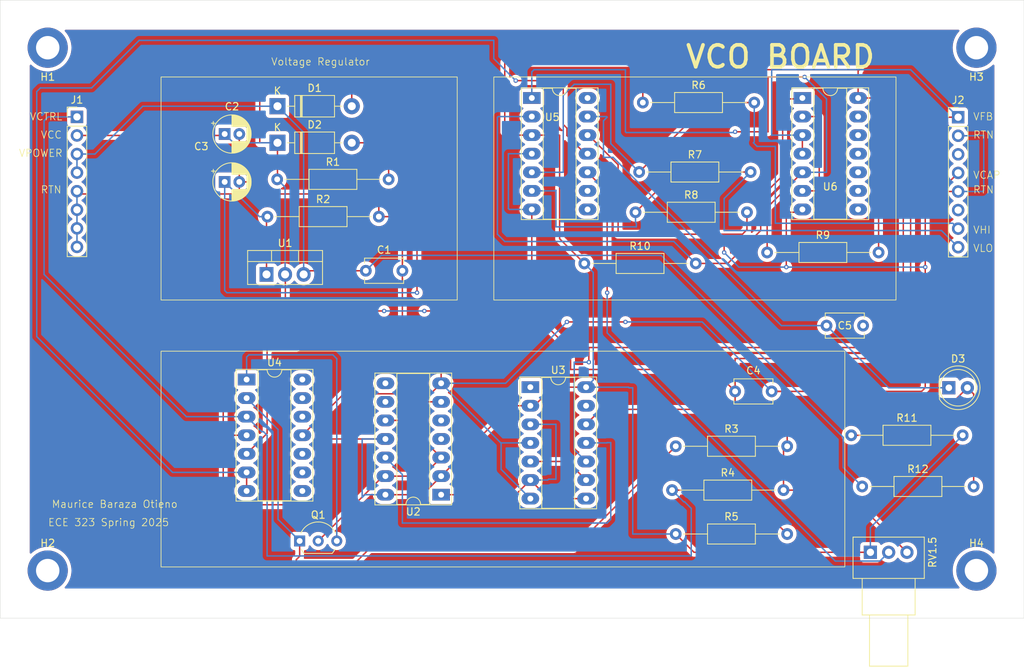
<source format=kicad_pcb>
(kicad_pcb (version 20240108) (generator "pcbnew") (generator_version "8.0")
  (layers (0 "F.Cu" signal) (31 "B.Cu" signal) (34 "B.Paste" user) (35 "F.Paste" user) (36 "B.SilkS" user "B.Silkscreen") (37 "F.SilkS" user "F.Silkscreen") (38 "B.Mask" user) (39 "F.Mask" user) (44 "Edge.Cuts" user))
  (net 0 "")
  (net 1 "/RTN")
  (net 2 "/VCAP")
  (net 3 "/VCC")
  (net 4 "/VPOWER")
  (net 6 "/VCTRL")
  (net 8 "/V_DN1_GP123")
  (net 9 "/VFB")
  (net 10 "/VLO")
  (net 11 "/VADJ")
  (net 12 "Net-(Q1-S)")
  (net 13 "Net-(Q1-G)")
  (net 14 "/V_DP2_GN12")
  (net 19 "/V_DP3_SP4")
  (net 22 "/V_DN2_SN3")
  (net 23 "/VHI")
  (net 24 "/VB2")
  (net 25 "Net-(R10-Pad2)")
  (net 26 "Net-(U6-Pad2)")
  (net 27 "/VPWM")
  (net 29 "Net-(D3-A)")
  (net 30 "/VWIPER")
  (net 31 "Net-(U4B--)")
  (footprint "Package_TO_SOT_THT:TO-220-3_Vertical" (layer "F.Cu") (at 116.42 68)
    (property "Reference" "U1")
    (property "Value" "LM317_TO-220")
  )
  (footprint "Connector_PinHeader_2.54mm:PinHeader_1x08_P2.54mm_Vertical" (layer "F.Cu") (at 211 46.5)
    (property "Reference" "J2")
    (property "Value" "Conn_01x08")
  )
  (footprint "Capacitor_THT:CP_Radial_D5.0mm_P2.00mm" (layer "F.Cu") (at 110.699775 55.35)
    (property "Reference" "C3")
    (property "Value" "10u")
  )
  (footprint "Resistor_THT:R_Axial_DIN0207_L6.3mm_D2.5mm_P15.24mm_Horizontal" (layer "F.Cu") (at 196.38 90)
    (property "Reference" "R11")
    (property "Value" "250")
  )
  (footprint "Package_DIP:DIP-14_W7.62mm_Socket_LongPads" (layer "F.Cu") (at 152.5 83.42)
    (property "Reference" "U3")
    (property "Value" "~")
  )
  (footprint "Package_TO_SOT_THT:TO-92L_Inline_Wide" (layer "F.Cu") (at 120.95 104.45)
    (property "Reference" "Q1")
    (property "Value" "Q_NMOS_SDG")
  )
  (footprint "Resistor_THT:R_Axial_DIN0207_L6.3mm_D2.5mm_P15.24mm_Horizontal" (layer "F.Cu") (at 116.54 60.1)
    (property "Reference" "R2")
    (property "Value" "720")
  )
  (footprint "Capacitor_THT:C_Disc_D5.1mm_W3.2mm_P5.00mm" (layer "F.Cu") (at 130 67.5)
    (property "Reference" "C1")
    (property "Value" "0.1u")
  )
  (footprint "Resistor_THT:R_Axial_DIN0207_L6.3mm_D2.5mm_P15.24mm_Horizontal" (layer "F.Cu") (at 184.88 65)
    (property "Reference" "R9")
    (property "Value" "10k")
  )
  (footprint "Package_DIP:DIP-14_W7.62mm_Socket_LongPads" (layer "F.Cu") (at 140.3 98.125 180)
    (property "Reference" "U2")
    (property "Value" "~")
  )
  (footprint "MountingHole:MountingHole_3.2mm_M3_ISO14580_Pad_TopBottom" (layer "F.Cu") (at 86.5 37)
    (property "Reference" "H1")
    (property "Value" "MountingHole")
  )
  (footprint "MountingHole:MountingHole_3.2mm_M3_ISO14580_Pad_TopBottom" (layer "F.Cu") (at 86.5 108.5)
    (property "Reference" "H2")
    (property "Value" "MountingHole")
  )
  (footprint "Resistor_THT:R_Axial_DIN0207_L6.3mm_D2.5mm_P15.24mm_Horizontal" (layer "F.Cu") (at 197.88 97)
    (property "Reference" "R12")
    (property "Value" "750")
  )
  (footprint "Package_DIP:DIP-14_W7.62mm_Socket_LongPads" (layer "F.Cu") (at 152.7 43.875)
    (property "Reference" "U5")
    (property "Value" "LM2901")
  )
  (footprint "Resistor_THT:R_Axial_DIN0207_L6.3mm_D2.5mm_P15.24mm_Horizontal" (layer "F.Cu") (at 166.88 59.5)
    (property "Reference" "R8")
    (property "Value" "5K")
  )
  (footprint "MountingHole:MountingHole_3.2mm_M3_ISO14580_Pad_TopBottom" (layer "F.Cu") (at 213.5 37)
    (property "Reference" "H3")
    (property "Value" "MountingHole")
  )
  (footprint "Diode_THT:D_DO-41_SOD81_P10.16mm_Horizontal" (layer "F.Cu") (at 117.92 50)
    (property "Reference" "D2")
    (property "Value" "1N4001")
  )
  (footprint "Capacitor_THT:CP_Radial_D5.0mm_P2.00mm" (layer "F.Cu") (at 110.699775 48.8)
    (property "Reference" "C2")
    (property "Value" "25u")
  )
  (footprint "Resistor_THT:R_Axial_DIN0207_L6.3mm_D2.5mm_P15.24mm_Horizontal" (layer "F.Cu") (at 171.88 97.5)
    (property "Reference" "R4")
    (property "Value" "2K")
  )
  (footprint "Resistor_THT:R_Axial_DIN0207_L6.3mm_D2.5mm_P15.24mm_Horizontal" (layer "F.Cu") (at 159.88 66.5)
    (property "Reference" "R10")
    (property "Value" "10k")
  )
  (footprint "Potentiometer_THT:Potentiometer_Alps_RK09Y11_Single_Horizontal" (layer "F.Cu") (at 199 106 90)
    (property "Reference" "RV1.5")
    (property "Value" "R_Potentiometer_US")
  )
  (footprint "Capacitor_THT:C_Disc_D5.1mm_W3.2mm_P5.00mm" (layer "F.Cu") (at 193 75)
    (property "Reference" "C5")
    (property "Value" "0.022u")
  )
  (footprint "Package_DIP:DIP-14_W7.62mm_Socket_LongPads" (layer "F.Cu") (at 189.7 43.875)
    (property "Reference" "U6")
    (property "Value" "74HC00")
  )
  (footprint "Resistor_THT:R_Axial_DIN0207_L6.3mm_D2.5mm_P15.24mm_Horizontal" (layer "F.Cu") (at 172.38 103.5)
    (property "Reference" "R5")
    (property "Value" "10k")
  )
  (footprint "Resistor_THT:R_Axial_DIN0207_L6.3mm_D2.5mm_P15.24mm_Horizontal" (layer "F.Cu") (at 172.38 91.5)
    (property "Reference" "R3")
    (property "Value" "10k")
  )
  (footprint "Diode_THT:D_DO-41_SOD81_P10.16mm_Horizontal" (layer "F.Cu") (at 117.92 45)
    (property "Reference" "D1")
    (property "Value" "1N4001")
  )
  (footprint "Resistor_THT:R_Axial_DIN0207_L6.3mm_D2.5mm_P15.24mm_Horizontal" (layer "F.Cu") (at 167.38 54)
    (property "Reference" "R7")
    (property "Value" "10k")
  )
  (footprint "Resistor_THT:R_Axial_DIN0207_L6.3mm_D2.5mm_P15.24mm_Horizontal" (layer "F.Cu") (at 117.88 55)
    (property "Reference" "R1")
    (property "Value" "240")
  )
  (footprint "Package_DIP:DIP-14_W7.62mm_Socket_LongPads" (layer "F.Cu") (at 113.7 82.375)
    (property "Reference" "U4")
    (property "Value" "LM324")
  )
  (footprint "Capacitor_THT:C_Disc_D5.1mm_W3.2mm_P5.00mm" (layer "F.Cu") (at 180.5 84)
    (property "Reference" "C4")
    (property "Value" "0.022u")
  )
  (footprint "Connector_PinHeader_2.54mm:PinHeader_1x08_P2.54mm_Vertical" (layer "F.Cu") (at 90.5 46.46)
    (property "Reference" "J1")
    (property "Value" "Conn_01x08")
  )
  (footprint "MountingHole:MountingHole_3.2mm_M3_ISO14580_Pad_TopBottom" (layer "F.Cu") (at 213.5 108.5)
    (property "Reference" "H4")
    (property "Value" "MountingHole")
  )
  (footprint "LED_THT:LED_D5.0mm" (layer "F.Cu") (at 209.725 83.5)
    (property "Reference" "D3")
    (property "Value" "LED")
  )
  (footprint "Resistor_THT:R_Axial_DIN0207_L6.3mm_D2.5mm_P15.24mm_Horizontal" (layer "F.Cu") (at 167.88 44.5)
    (property "Reference" "R6")
    (property "Value" "10k")
  )
  (gr_line (start 132.5 73) (end 138 73) (stroke (width 0.2)) (layer "B.Cu") (net 2))
  (gr_rect (start 102 78.5) (end 195.5 108) (stroke (width 0.1)) (fill none) (layer "F.SilkS"))
  (gr_rect (start 147.5 41) (end 202.5 71.5) (stroke (width 0.1)) (fill none) (layer "F.SilkS"))
  (gr_rect (start 102 41) (end 142.5 71.5) (stroke (width 0.1)) (fill none) (layer "F.SilkS"))
  (gr_rect (start 80 30.5) (end 220 115) (stroke (width 0.05)) (fill none) (layer "Edge.Cuts"))
  (gr_text "Maurice Baraza Otieno" (at 87 100 0) (layer "F.SilkS") (effects (font (size 1 1) (thickness 0.1)) (justify left bottom)))
  (gr_text "VCO BOARD" (at 173.5 40 0) (layer "F.SilkS") (effects (font (size 3 3) (thickness 0.5) (bold yes)) (justify left bottom)))
  (gr_text "RTN" (at 213 49.5 0) (layer "F.SilkS") (effects (font (size 1 1) (thickness 0.1)) (justify left bottom)))
  (gr_text "VPOWER" (at 82.5 52 0) (layer "F.SilkS") (effects (font (size 1 1) (thickness 0.1)) (justify left bottom)))
  (gr_text "VLO" (at 213 65 0) (layer "F.SilkS") (effects (font (size 1 1) (thickness 0.1)) (justify left bottom)))
  (gr_text "RTN" (at 85.5 57 0) (layer "F.SilkS") (effects (font (size 1 1) (thickness 0.1)) (justify left bottom)))
  (gr_text "VCC" (at 85.5 49.5 0) (layer "F.SilkS") (effects (font (size 1 1) (thickness 0.1)) (justify left bottom)))
  (gr_text "ECE 323 Spring 2025" (at 86.5 102.5 0) (layer "F.SilkS") (effects (font (size 1 1) (thickness 0.1)) (justify left bottom)))
  (gr_text "VCAP" (at 213 55 0) (layer "F.SilkS") (effects (font (size 1 1) (thickness 0.1)) (justify left bottom)))
  (gr_text "VHI" (at 213 62.5 0) (layer "F.SilkS") (effects (font (size 1 1) (thickness 0.1)) (justify left bottom)))
  (gr_text "VFB" (at 213 47 0) (layer "F.SilkS") (effects (font (size 1 1) (thickness 0.1)) (justify left bottom)))
  (gr_text "VCTRL" (at 84 47 0) (layer "F.SilkS") (effects (font (size 1 1) (thickness 0.1)) (justify left bottom)))
  (gr_text "Voltage Regulator" (at 117 39.5 0) (layer "F.SilkS") (effects (font (size 1 1) (thickness 0.1)) (justify left bottom)))
  (gr_text "RTN" (at 213 57 0) (layer "F.SilkS") (effects (font (size 1 1) (thickness 0.1)) (justify left bottom)))
  (segment (start 135 60) (end 134.9 60.1) (width 0.2) (layer "F.Cu") (net 1))
  (segment (start 138.86 84.325) (end 140.3 82.885) (width 0.2) (layer "F.Cu") (net 1))
  (segment (start 112.699775 48.8) (end 112.699775 55.35) (width 0.2) (layer "F.Cu") (net 1))
  (segment (start 135 67.5) (end 135 77.5) (width 0.2) (layer "F.Cu") (net 1))
  (segment (start 140 78) (end 140.3 78.3) (width 0.2) (layer "F.Cu") (net 1))
  (segment (start 206.84 56.66) (end 211 56.66) (width 0.2) (layer "F.Cu") (net 1))
  (segment (start 185.5 84) (end 206 84) (width 0.2) (layer "F.Cu") (net 1))
  (segment (start 206.5 57) (end 206.84 56.66) (width 0.2) (layer "F.Cu") (net 1))
  (segment (start 160.455 48.955) (end 164.5 53) (width 0.2) (layer "F.Cu") (net 1))
  (segment (start 187.5 59.5) (end 189.315 59.5) (width 0.2) (layer "F.Cu") (net 1))
  (segment (start 185.5 84) (end 187.5 84) (width 0.2) (layer "F.Cu") (net 1))
  (segment (start 112.699775 55.35) (end 114.85 55.35) (width 0.2) (layer "F.Cu") (net 1))
  (segment (start 126.99 84.325) (end 138.86 84.325) (width 0.2) (layer "F.Cu") (net 1))
  (segment (start 112.181145 57) (end 112.699775 56.48137) (width 0.2) (layer "F.Cu") (net 1))
  (segment (start 206 84) (end 206.5 83.5) (width 0.2) (layer "F.Cu") (net 1))
  (segment (start 165.5 74.5) (end 157.5 74.5) (width 0.2) (layer "F.Cu") (net 1))
  (segment (start 206.5 83.5) (end 206.5 67) (width 0.2) (layer "F.Cu") (net 1))
  (segment (start 135 77.5) (end 140 77.5) (width 0.2) (layer "F.Cu") (net 1))
  (segment (start 121.32 89.995) (end 126.99 84.325) (width 0.2) (layer "F.Cu") (net 1))
  (segment (start 187.5 84) (end 187.62 84.12) (width 0.2) (layer "F.Cu") (net 1))
  (segment (start 135 67.5) (end 135 60) (width 0.2) (layer "F.Cu") (net 1))
  (segment (start 187.12 97.5) (end 187.12 92) (width 0.2) (layer "F.Cu") (net 1))
  (segment (start 115 57) (end 131.5 57) (width 0.2) (layer "F.Cu") (net 1))
  (segment (start 187.62 84.12) (end 187.62 91.5) (width 0.2) (layer "F.Cu") (net 1))
  (segment (start 140 77.5) (end 140 78) (width 0.2) (layer "F.Cu") (net 1))
  (segment (start 115 55.5) (end 115 57) (width 0.2) (layer "F.Cu") (net 1))
  (segment (start 187.5 67) (end 187.5 59.5) (width 0.2) (layer "F.Cu") (net 1))
  (segment (start 134.9 60.1) (end 131.78 60.1) (width 0.2) (layer "F.Cu") (net 1))
  (segment (start 187.12 92) (end 187.62 91.5) (width 0.2) (layer "F.Cu") (net 1))
  (segment (start 90.5 56.62) (end 90.88 57) (width 0.2) (layer "F.Cu") (net 1))
  (segment (start 189.315 59.5) (end 189.7 59.115) (width 0.2) (layer "F.Cu") (net 1))
  (segment (start 179 62.5) (end 181.5 62.5) (width 0.2) (layer "F.Cu") (net 1))
  (segment (start 195.5 97.5) (end 187.12 97.5) (width 0.2) (layer "F.Cu") (net 1))
  (segment (start 131.78 57.28) (end 131.78 60.1) (width 0.2) (layer "F.Cu") (net 1))
  (segment (start 181.5 62.5) (end 182.12 61.88) (width 0.2) (layer "F.Cu") (net 1))
  (segment (start 131.5 57) (end 131.78 57.28) (width 0.2) (layer "F.Cu") (net 1))
  (segment (start 90.88 57) (end 112.181145 57) (width 0.2) (layer "F.Cu") (net 1))
  (segment (start 204 106) (end 195.5 97.5) (width 0.2) (layer "F.Cu") (net 1))
  (segment (start 114.85 55.35) (end 115 55.5) (width 0.2) (layer "F.Cu") (net 1))
  (segment (start 160.32 48.955) (end 160.455 48.955) (width 0.2) (layer "F.Cu") (net 1))
  (segment (start 206.5 67) (end 206.5 57) (width 0.2) (layer "F.Cu") (net 1))
  (segment (start 140.3 78.3) (end 140.3 82.885) (width 0.2) (layer "F.Cu") (net 1))
  (segment (start 112.699775 56.48137) (end 112.699775 55.35) (width 0.2) (layer "F.Cu") (net 1))
  (segment (start 164.5 53) (end 164.5 62.5) (width 0.2) (layer "F.Cu") (net 1))
  (segment (start 164.5 62.5) (end 179 62.5) (width 0.2) (layer "F.Cu") (net 1))
  (segment (start 182.12 61.88) (end 182.12 59.5) (width 0.2) (layer "F.Cu") (net 1))
  (segment (start 179 65) (end 179 62.5) (width 0.2) (layer "F.Cu") (net 1))
  (via (at 206.5 67) (size 0.6) (drill 0.3) (layers "F.Cu" "B.Cu") (net 1))
  (via (at 157.5 74.5) (size 0.6) (drill 0.3) (layers "F.Cu" "B.Cu") (net 1))
  (via (at 165.5 74.5) (size 0.6) (drill 0.3) (layers "F.Cu" "B.Cu") (net 1))
  (via (at 187.5 67) (size 0.6) (drill 0.3) (layers "F.Cu" "B.Cu") (net 1))
  (via (at 179 65) (size 0.6) (drill 0.3) (layers "F.Cu" "B.Cu") (net 1))
  (segment (start 211 56.66) (end 214.34 56.66) (width 0.2) (layer "B.Cu") (net 1))
  (segment (start 148.5 94.66) (end 152.5 98.66) (width 0.2) (layer "B.Cu") (net 1))
  (segment (start 187.5 67) (end 181 67) (width 0.2) (layer "B.Cu") (net 1))
  (segment (start 214.5 49) (end 213.5 49) (width 0.2) (layer "B.Cu") (net 1))
  (segment (start 181 67) (end 179 65) (width 0.2) (layer "B.Cu") (net 1))
  (segment (start 148.5 91.04) (end 148.455 91.04) (width 0.2) (layer "B.Cu") (net 1))
  (segment (start 148.5 91.04) (end 148.5 94.66) (width 0.2) (layer "B.Cu") (net 1))
  (segment (start 152.5 91.04) (end 148.5 91.04) (width 0.2) (layer "B.Cu") (net 1))
  (segment (start 157.5 74.5) (end 149.115 82.885) (width 0.2) (layer "B.Cu") (net 1))
  (segment (start 176 74.5) (end 185.5 84) (width 0.2) (layer "B.Cu") (net 1))
  (segment (start 213.46 49.04) (end 211 49.04) (width 0.2) (layer "B.Cu") (net 1))
  (segment (start 148.455 91.04) (end 140.3 82.885) (width 0.2) (layer "B.Cu") (net 1))
  (segment (start 149.115 82.885) (end 140.3 82.885) (width 0.2) (layer "B.Cu") (net 1))
  (segment (start 165.5 74.5) (end 176 74.5) (width 0.2) (layer "B.Cu") (net 1))
  (segment (start 90.5 56.62) (end 90.5 64.24) (width 0.2) (layer "B.Cu") (net 1))
  (segment (start 213.5 49) (end 213.46 49.04) (width 0.2) (layer "B.Cu") (net 1))
  (segment (start 214.34 56.66) (end 214.5 56.5) (width 0.2) (layer "B.Cu") (net 1))
  (segment (start 214.5 56.5) (end 214.5 49) (width 0.2) (layer "B.Cu") (net 1))
  (segment (start 206.5 67) (end 187.5 67) (width 0.2) (layer "B.Cu") (net 1))
  (segment (start 113.7 92.535) (end 116.5 89.735) (width 0.2) (layer "F.Cu") (net 2))
  (segment (start 116.5 89.735) (end 116.5 78) (width 0.2) (layer "F.Cu") (net 2))
  (segment (start 180.955 86.455) (end 162 86.455) (width 0.2) (layer "F.Cu") (net 2))
  (segment (start 152.651471 73) (end 152.7 73.048529) (width 0.2) (layer "F.Cu") (net 2))
  (segment (start 122.5 76) (end 122.5 73) (width 0.2) (layer "F.Cu") (net 2))
  (segment (start 177.5 81) (end 180.5 84) (width 0.2) (layer "F.Cu") (net 2))
  (segment (start 180.5 86) (end 180.955 86.455) (width 0.2) (layer "F.Cu") (net 2))
  (segment (start 152.7 59.115) (end 152.7 73.048529) (width 0.2) (layer "F.Cu") (net 2))
  (segment (start 209.62 55.5) (end 211 54.12) (width 0.2) (layer "F.Cu") (net 2))
  (segment (start 204.5 79.5) (end 204.5 56.5) (width 0.2) (layer "F.Cu") (net 2))
  (segment (start 122.5 73) (end 132.5 73) (width 0.2) (layer "F.Cu") (net 2))
  (segment (start 138 73) (end 152.651471 73) (width 0.2) (layer "F.Cu") (net 2))
  (segment (start 180.5 79.5) (end 204.5 79.5) (width 0.2) (layer "F.Cu") (net 2))
  (segment (start 180.5 84) (end 180.5 79.5) (width 0.2) (layer "F.Cu") (net 2))
  (segment (start 158 81) (end 177.5 81) (width 0.2) (layer "F.Cu") (net 2))
  (segment (start 152.7 73.048529) (end 158 78.348529) (width 0.2) (layer "F.Cu") (net 2))
  (segment (start 205.5 55.5) (end 209.62 55.5) (width 0.2) (layer "F.Cu") (net 2))
  (segment (start 162 86.62) (end 160.12 88.5) (width 0.2) (layer "F.Cu") (net 2))
  (segment (start 162 86.455) (end 162 86.62) (width 0.2) (layer "F.Cu") (net 2))
  (segment (start 120.5 78) (end 122.5 76) (width 0.2) (layer "F.Cu") (net 2))
  (segment (start 180.5 84) (end 180.5 86) (width 0.2) (layer "F.Cu") (net 2))
  (segment (start 116.5 78) (end 120.5 78) (width 0.2) (layer "F.Cu") (net 2))
  (segment (start 158 78.348529) (end 158 81) (width 0.2) (layer "F.Cu") (net 2))
  (segment (start 204.5 56.5) (end 205.5 55.5) (width 0.2) (layer "F.Cu") (net 2))
  (via (at 132.5 73) (size 0.6) (drill 0.3) (layers "F.Cu" "B.Cu") (net 2))
  (via (at 138 73) (size 0.6) (drill 0.3) (layers "F.Cu" "B.Cu") (net 2))
  (segment (start 152.7 51.495) (end 149.505 51.495) (width 0.2) (layer "B.Cu") (net 2))
  (segment (start 149.5 51.5) (end 149.5 59) (width 0.2) (layer "B.Cu") (net 2))
  (segment (start 149.615 59.115) (end 152.7 59.115) (width 0.2) (layer "B.Cu") (net 2))
  (segment (start 149.5 59) (end 149.615 59.115) (width 0.2) (layer "B.Cu") (net 2))
  (segment (start 149.505 51.495) (end 149.5 51.5) (width 0.2) (layer "B.Cu") (net 2))
  (segment (start 199.875 43.875) (end 197.32 43.875) (width 0.2) (layer "F.Cu") (net 3))
  (segment (start 156.5 63.12) (end 156.5 49) (width 0.2) (layer "F.Cu") (net 3))
  (segment (start 200.12 65) (end 200.12 44.12) (width 0.2) (layer "F.Cu") (net 3))
  (segment (start 152.5 85.96) (end 149.925 85.96) (width 0.2) (layer "F.Cu") (net 3))
  (segment (start 137.76 98.125) (end 140.3 95.585) (width 0.2) (layer "F.Cu") (net 3))
  (segment (start 197.32 40.18) (end 197.5 40) (width 0.2) (layer "F.Cu") (net 3))
  (segment (start 199 106) (end 174.88 106) (width 0.2) (layer "F.Cu") (net 3))
  (segment (start 115.5 42) (end 116 41.5) (width 0.2) (layer "F.Cu") (net 3))
  (segment (start 200.12 44.12) (end 199.875 43.875) (width 0.2) (layer "F.Cu") (net 3))
  (segment (start 128.08 41.58) (end 128.08 45) (width 0.2) (layer "F.Cu") (net 3))
  (segment (start 128 41.5) (end 128.08 41.58) (width 0.2) (layer "F.Cu") (net 3))
  (segment (start 156.5 49) (end 156.455 48.955) (width 0.2) (layer "F.Cu") (net 3))
  (segment (start 168.76 40) (end 167.88 39.12) (width 0.2) (layer "F.Cu") (net 3))
  (segment (start 119 76.5) (end 110.5 76.5) (width 0.2) (layer "F.Cu") (net 3))
  (segment (start 124.5 99.5) (end 124.5 90.5) (width 0.2) (layer "F.Cu") (net 3))
  (segment (start 149.455 48.955) (end 152.7 48.955) (width 0.2) (layer "F.Cu") (net 3))
  (segment (start 124.505 90.505) (end 132.68 90.505) (width 0.2) (layer "F.Cu") (net 3))
  (segment (start 110.5 76.5) (end 110.5 90) (width 0.2) (layer "F.Cu") (net 3))
  (segment (start 167.88 39.12) (end 168 39) (width 0.2) (layer "F.Cu") (net 3))
  (segment (start 115.5 50) (end 115.5 42) (width 0.2) (layer "F.Cu") (net 3))
  (segment (start 112.5 99.5) (end 124.5 99.5) (width 0.2) (layer "F.Cu") (net 3))
  (segment (start 149.925 85.96) (end 140.3 95.585) (width 0.2) (layer "F.Cu") (net 3))
  (segment (start 168 39) (end 149 39) (width 0.2) (layer "F.Cu") (net 3))
  (segment (start 118.96 68.0475) (end 119 68.0875) (width 0.2) (layer "F.Cu") (net 3))
  (segment (start 197.5 40) (end 168.76 40) (width 0.2) (layer "F.Cu") (net 3))
  (segment (start 110.505 89.995) (end 110.5 90) (width 0.2) (layer "F.Cu") (net 3))
  (segment (start 159.88 66.5) (end 156.5 63.12) (width 0.2) (layer "F.Cu") (net 3))
  (segment (start 112 100) (end 112.5 99.5) (width 0.2) (layer "F.Cu") (net 3))
  (segment (start 118.96 68) (end 118.96 68.0475) (width 0.2) (layer "F.Cu") (net 3))
  (segment (start 155.58 83.42) (end 160.12 83.42) (width 0.2) (layer "F.Cu") (net 3))
  (segment (start 174.88 106) (end 172.38 103.5) (width 0.2) (layer "F.Cu") (net 3))
  (segment (start 119 68.0875) (end 119 76.5) (width 0.2) (layer "F.Cu") (net 3))
  (segment (start 110.499775 49) (end 110.699775 48.8) (width 0.2) (layer "F.Cu") (net 3))
  (segment (start 152.5 85.96) (end 153.04 85.96) (width 0.2) (layer "F.Cu") (net 3))
  (segment (start 111 100) (end 112 100) (width 0.2) (layer "F.Cu") (net 3))
  (segment (start 124.5 90.5) (end 124.505 90.505) (width 0.2) (layer "F.Cu") (net 3))
  (segment (start 149 39) (end 149 48.5) (width 0.2) (layer "F.Cu") (net 3))
  (segment (start 167.88 44.5) (end 167.88 39.12) (width 0.2) (layer "F.Cu") (net 3))
  (segment (start 116 41.5) (end 128 41.5) (width 0.2) (layer "F.Cu") (net 3))
  (segment (start 117.92 50) (end 115.5 50) (width 0.2) (layer "F.Cu") (net 3))
  (segment (start 110.5 99.5) (end 111 100) (width 0.2) (layer "F.Cu") (net 3))
  (segment (start 113.7 89.995) (end 110.505 89.995) (width 0.2) (layer "F.Cu") (net 3))
  (segment (start 132.68 98.125) (end 137.76 98.125) (width 0.2) (layer "F.Cu") (net 3))
  (segment (start 117.92 54.96) (end 117.88 55) (width 0.2) (layer "F.Cu") (net 3))
  (segment (start 156.455 48.955) (end 152.7 48.955) (width 0.2) (layer "F.Cu") (net 3))
  (segment (start 110.5 90) (end 110.5 99.5) (width 0.2) (layer "F.Cu") (net 3))
  (segment (start 197.32 43.875) (end 197.32 40.18) (width 0.2) (layer "F.Cu") (net 3))
  (segment (start 149 48.5) (end 149.455 48.955) (width 0.2) (layer "F.Cu") (net 3))
  (segment (start 90.5 49) (end 110.499775 49) (width 0.2) (layer "F.Cu") (net 3))
  (segment (start 153.04 85.96) (end 155.58 83.42) (width 0.2) (layer "F.Cu") (net 3))
  (segment (start 117.92 50) (end 117.92 54.96) (width 0.2) (layer "F.Cu") (net 3))
  (segment (start 199 106) (end 199 102.62) (width 0.2) (layer "B.Cu") (net 3))
  (segment (start 111.899775 50) (end 117.92 50) (width 0.2) (layer "B.Cu") (net 3))
  (segment (start 199 102.62) (end 211.62 90) (width 0.2) (layer "B.Cu") (net 3))
  (segment (start 165.92 83.42) (end 160.12 83.42) (width 0.2) (layer "B.Cu") (net 3))
  (segment (start 132.68 98.125) (end 129.875 98.125) (width 0.2) (layer "B.Cu") (net 3))
  (segment (start 118.96 68) (end 118.96 56.08) (width 0.2) (layer "B.Cu") (net 3))
  (segment (start 159.88 66.5) (end 161.1 67.72) (width 0.2) (layer "B.Cu") (net 3))
  (segment (start 166 83.5) (end 165.92 83.42) (width 0.2) (layer "B.Cu") (net 3))
  (segment (start 166.5 83.5) (end 166 83.5) (width 0.2) (layer "B.Cu") (net 3))
  (segment (start 161.1 82.44) (end 160.12 83.42) (width 0.2) (layer "B.Cu") (net 3))
  (segment (start 110.699775 48.8) (end 111.899775 50) (width 0.2) (layer "B.Cu") (net 3))
  (segment (start 129.875 98.125) (end 129.5 98.5) (width 0.2) (layer "B.Cu") (net 3))
  (segment (start 129.505 90.505) (end 132.68 90.505) (width 0.2) (layer "B.Cu") (net 3))
  (segment (start 129.5 90.5) (end 129.505 90.505) (width 0.2) (layer "B.Cu") (net 3))
  (segment (start 161.1 67.72) (end 161.1 82.44) (width 0.2) (layer "B.Cu") (net 3))
  (segment (start 166.5 103.5) (end 166.5 83.5) (width 0.2) (layer "B.Cu") (net 3))
  (segment (start 172.38 103.5) (end 166.5 103.5) (width 0.2) (layer "B.Cu") (net 3))
  (segment (start 118.96 56.08) (end 117.88 55) (width 0.2) (layer "B.Cu") (net 3))
  (segment (start 129.5 98.5) (end 129.5 90.5) (width 0.2) (layer "B.Cu") (net 3))
  (segment (start 122 67.5) (end 121.5 68) (width 0.2) (layer "F.Cu") (net 4))
  (segment (start 130 67.5) (end 122 67.5) (width 0.2) (layer "F.Cu") (net 4))
  (segment (start 90.5 51.54) (end 92.96 51.54) (width 0.2) (layer "B.Cu") (net 4))
  (segment (start 195.28 94.4) (end 195.28 90.28) (width 0.2) (layer "B.Cu") (net 4))
  (segment (start 197.88 97) (end 195.28 94.4) (width 0.2) (layer "B.Cu") (net 4))
  (segment (start 121.5 68) (end 121.5 48.58) (width 0.2) (layer "B.Cu") (net 4))
  (segment (start 132.1 65.4) (end 130 67.5) (width 0.2) (layer "B.Cu") (net 4))
  (segment (start 90.5 54.08) (end 90.5 51.54) (width 0.2) (layer "B.Cu") (net 4))
  (segment (start 99.5 45) (end 117.92 45) (width 0.2) (layer "B.Cu") (net 4))
  (segment (start 92.96 51.54) (end 99.5 45) (width 0.2) (layer "B.Cu") (net 4))
  (segment (start 121.5 48.58) (end 117.92 45) (width 0.2) (layer "B.Cu") (net 4))
  (segment (start 195.28 90.28) (end 170.4 65.4) (width 0.2) (layer "B.Cu") (net 4))
  (segment (start 170.4 65.4) (end 132.1 65.4) (width 0.2) (layer "B.Cu") (net 4))
  (segment (start 171.88 97.5) (end 181.62 97.5) (width 0.2) (layer "F.Cu") (net 6))
  (segment (start 181.62 97.5) (end 187.62 103.5) (width 0.2) (layer "F.Cu") (net 6))
  (segment (start 113.7 87.455) (end 105.455 87.455) (width 0.2) (layer "B.Cu") (net 6))
  (segment (start 173.6 99.1) (end 174.5 100) (width 0.2) (layer "B.Cu") (net 6))
  (segment (start 86 68) (end 86 47) (width 0.2) (layer "B.Cu") (net 6))
  (segment (start 174.5 106.5) (end 116.5 106.5) (width 0.2) (layer "B.Cu") (net 6))
  (segment (start 174.5 100) (end 174.5 106.5) (width 0.2) (layer "B.Cu") (net 6))
  (segment (start 86 47) (end 86.54 46.46) (width 0.2) (layer "B.Cu") (net 6))
  (segment (start 86.54 46.46) (end 90.5 46.46) (width 0.2) (layer "B.Cu") (net 6))
  (segment (start 171.88 97.5) (end 173.48 99.1) (width 0.2) (layer "B.Cu") (net 6))
  (segment (start 105.455 87.455) (end 86 68) (width 0.2) (layer "B.Cu") (net 6))
  (segment (start 115.745 89.5) (end 113.7 87.455) (width 0.2) (layer "B.Cu") (net 6))
  (segment (start 116.5 106.5) (end 116.5 90) (width 0.2) (layer "B.Cu") (net 6))
  (segment (start 173.48 99.1) (end 173.6 99.1) (width 0.2) (layer "B.Cu") (net 6))
  (segment (start 116.5 90) (end 116 89.5) (width 0.2) (layer "B.Cu") (net 6))
  (segment (start 116 89.5) (end 115.745 89.5) (width 0.2) (layer "B.Cu") (net 6))
  (segment (start 140.3 85.425) (end 137.54 85.425) (width 0.2) (layer "F.Cu") (net 8))
  (segment (start 137.76 95.585) (end 140.3 93.045) (width 0.2) (layer "F.Cu") (net 8))
  (segment (start 132.68 87.965) (end 135 87.965) (width 0.2) (layer "F.Cu") (net 8))
  (segment (start 135 87.965) (end 135.22 87.965) (width 0.2) (layer "F.Cu") (net 8))
  (segment (start 137.54 85.425) (end 135 87.965) (width 0.2) (layer "F.Cu") (net 8))
  (segment (start 135.22 87.965) (end 140.3 93.045) (width 0.2) (layer "F.Cu") (net 8))
  (segment (start 132.355 95.585) (end 132.68 95.585) (width 0.2) (layer "F.Cu") (net 8))
  (segment (start 132.68 95.585) (end 137.76 95.585) (width 0.2) (layer "F.Cu") (net 8))
  (segment (start 123.49 104.45) (end 132.355 95.585) (width 0.2) (layer "F.Cu") (net 8))
  (segment (start 160.5 78) (end 160.5 80) (width 0.2) (layer "F.Cu") (net 9))
  (segment (start 203.5 76.5) (end 202 78) (width 0.2) (layer "F.Cu") (net 9))
  (segment (start 211 46.5) (end 203.5 46.5) (width 0.2) (layer "F.Cu") (net 9))
  (segment (start 202 78) (end 160.5 78) (width 0.2) (layer "F.Cu") (net 9))
  (segment (start 203.5 46.5) (end 203.5 76.5) (width 0.2) (layer "F.Cu") (net 9))
  (segment (start 189.7 51.495) (end 189.7 48.955) (width 0.2) (layer "F.Cu") (net 9))
  (via (at 160.5 80) (size 0.6) (drill 0.3) (layers "F.Cu" "B.Cu") (net 9))
  (segment (start 158.5 91.96) (end 160.12 93.58) (width 0.2) (layer "B.Cu") (net 9))
  (segment (start 185.5 49) (end 185.5 40) (width 0.2) (layer "B.Cu") (net 9))
  (segment (start 204.5 40) (end 211 46.5) (width 0.2) (layer "B.Cu") (net 9))
  (segment (start 189.7 48.955) (end 185.545 48.955) (width 0.2) (layer "B.Cu") (net 9))
  (segment (start 158.5 80) (end 158.5 91.96) (width 0.2) (layer "B.Cu") (net 9))
  (segment (start 160.5 80) (end 158.5 80) (width 0.2) (layer "B.Cu") (net 9))
  (segment (start 185.5 40) (end 204.5 40) (width 0.2) (layer "B.Cu") (net 9))
  (segment (start 185.545 48.955) (end 185.5 49) (width 0.2) (layer "B.Cu") (net 9))
  (segment (start 182.62 54) (end 172.38 54) (width 0.2) (layer "F.Cu") (net 10))
  (segment (start 172.38 54) (end 166.88 59.5) (width 0.2) (layer "F.Cu") (net 10))
  (segment (start 156 61.5) (end 167 61.5) (width 0.2) (layer "B.Cu") (net 10))
  (segment (start 208.72 62) (end 211 64.28) (width 0.2) (layer "B.Cu") (net 10))
  (segment (start 152.7 56.575) (end 155.925 56.575) (width 0.2) (layer "B.Cu") (net 10))
  (segment (start 155.925 56.575) (end 156 56.5) (width 0.2) (layer "B.Cu") (net 10))
  (segment (start 182.62 54) (end 179 57.62) (width 0.2) (layer "B.Cu") (net 10))
  (segment (start 179 57.62) (end 179 62) (width 0.2) (layer "B.Cu") (net 10))
  (segment (start 167 61.5) (end 167 61) (width 0.2) (layer "B.Cu") (net 10))
  (segment (start 167 61) (end 166.88 60.88) (width 0.2) (layer "B.Cu") (net 10))
  (segment (start 179 62) (end 208.72 62) (width 0.2) (layer "B.Cu") (net 10))
  (segment (start 156 56.5) (end 156 61.5) (width 0.2) (layer "B.Cu") (net 10))
  (segment (start 166.88 60.88) (end 166.88 59.5) (width 0.2) (layer "B.Cu") (net 10))
  (segment (start 136.5 50) (end 137 50.5) (width 0.2) (layer "F.Cu") (net 11))
  (segment (start 137 50.5) (end 137 70.5) (width 0.2) (layer "F.Cu") (net 11))
  (segment (start 133 50) (end 128.08 50) (width 0.2) (layer "F.Cu") (net 11))
  (segment (start 133 50) (end 136.5 50) (width 0.2) (layer "F.Cu") (net 11))
  (segment (start 133.12 50.12) (end 133 50) (width 0.2) (layer "F.Cu") (net 11))
  (segment (start 133.12 55) (end 133.12 50.12) (width 0.2) (layer "F.Cu") (net 11))
  (segment (start 116.42 60.22) (end 116.54 60.1) (width 0.2) (layer "F.Cu") (net 11))
  (segment (start 116.42 68) (end 116.42 60.22) (width 0.2) (layer "F.Cu") (net 11))
  (via (at 137 70.5) (size 0.6) (drill 0.3) (layers "F.Cu" "B.Cu") (net 11))
  (segment (start 111 70.5) (end 137 70.5) (width 0.2) (layer "B.Cu") (net 11))
  (segment (start 115.449775 60.1) (end 110.699775 55.35) (width 0.2) (layer "B.Cu") (net 11))
  (segment (start 110.699775 70.199775) (end 111 70.5) (width 0.2) (layer "B.Cu") (net 11))
  (segment (start 116.54 60.1) (end 115.449775 60.1) (width 0.2) (layer "B.Cu") (net 11))
  (segment (start 110.699775 55.35) (end 110.699775 70.199775) (width 0.2) (layer "B.Cu") (net 11))
  (segment (start 120.5 107.5) (end 120.5 107) (width 0.2) (layer "F.Cu") (net 12))
  (segment (start 120.5 107) (end 120.95 106.55) (width 0.2) (layer "F.Cu") (net 12))
  (segment (start 172.38 91.5) (end 158.38 105.5) (width 0.2) (layer "F.Cu") (net 12))
  (segment (start 130.5 105.5) (end 128.5 107.5) (width 0.2) (layer "F.Cu") (net 12))
  (segment (start 120.95 106.55) (end 120.95 104.45) (width 0.2) (layer "F.Cu") (net 12))
  (segment (start 158.38 105.5) (end 130.5 105.5) (width 0.2) (layer "F.Cu") (net 12))
  (segment (start 128.5 107.5) (end 120.5 107.5) (width 0.2) (layer "F.Cu") (net 12))
  (segment (start 120.95 104.45) (end 118 101.5) (width 0.2) (layer "B.Cu") (net 12))
  (segment (start 118 89.215) (end 113.7 84.915) (width 0.2) (layer "B.Cu") (net 12))
  (segment (start 118 101.5) (end 118 89.215) (width 0.2) (layer "B.Cu") (net 12))
  (segment (start 126.03 104.45) (end 126.03 79.53) (width 0.2) (layer "B.Cu") (net 13))
  (segment (start 114 79) (end 113.7 79.3) (width 0.2) (layer "B.Cu") (net 13))
  (segment (start 126.03 79.53) (end 125.5 79) (width 0.2) (layer "B.Cu") (net 13))
  (segment (start 113.7 79.3) (end 113.7 82.375) (width 0.2) (layer "B.Cu") (net 13))
  (segment (start 125.5 79) (end 114 79) (width 0.2) (layer "B.Cu") (net 13))
  (segment (start 155.04 98.66) (end 152.5 96.12) (width 0.2) (layer "F.Cu") (net 14))
  (segment (start 150.495 98.125) (end 152.5 96.12) (width 0.2) (layer "F.Cu") (net 14))
  (segment (start 160.12 98.66) (end 155.04 98.66) (width 0.2) (layer "F.Cu") (net 14))
  (segment (start 140.3 98.125) (end 150.495 98.125) (width 0.2) (layer "F.Cu") (net 14))
  (segment (start 156 88.5) (end 156 96) (width 0.2) (layer "B.Cu") (net 14))
  (segment (start 155 96) (end 154.88 96.12) (width 0.2) (layer "B.Cu") (net 14))
  (segment (start 156 96) (end 155 96) (width 0.2) (layer "B.Cu") (net 14))
  (segment (start 154.88 96.12) (end 152.5 96.12) (width 0.2) (layer "B.Cu") (net 14))
  (segment (start 152.5 88.5) (end 156 88.5) (width 0.2) (layer "B.Cu") (net 14))
  (segment (start 163 102) (end 163.5 101.5) (width 0.2) (layer "B.Cu") (net 19))
  (segment (start 162.96 91.04) (end 160.12 91.04) (width 0.2) (layer "B.Cu") (net 19))
  (segment (start 163.5 101.5) (end 163.5 91) (width 0.2) (layer "B.Cu") (net 19))
  (segment (start 135 102) (end 163 102) (width 0.2) (layer "B.Cu") (net 19))
  (segment (start 135 95.365) (end 135 102) (width 0.2) (layer "B.Cu") (net 19))
  (segment (start 132.68 93.045) (end 135 95.365) (width 0.2) (layer "B.Cu") (net 19))
  (segment (start 163.5 91) (end 163 91) (width 0.2) (layer "B.Cu") (net 19))
  (segment (start 163 91) (end 162.96 91.04) (width 0.2) (layer "B.Cu") (net 19))
  (segment (start 152.5 93.58) (end 157.58 93.58) (width 0.2) (layer "F.Cu") (net 22))
  (segment (start 157.58 93.58) (end 160.12 96.12) (width 0.2) (layer "F.Cu") (net 22))
  (segment (start 176.88 44.5) (end 183.12 44.5) (width 0.2) (layer "F.Cu") (net 23))
  (segment (start 167.38 54) (end 176.88 44.5) (width 0.2) (layer "F.Cu") (net 23))
  (segment (start 152.7 54.035) (end 156.965 54.035) (width 0.2) (layer "B.Cu") (net 23))
  (segment (start 163.5 42) (end 163.5 50.12) (width 0.2) (layer "B.Cu") (net 23))
  (segment (start 183.12 44.5) (end 183.12 49.88) (width 0.2) (layer "B.Cu") (net 23))
  (segment (start 183.12 49.88) (end 183 50) (width 0.2) (layer "B.Cu") (net 23))
  (segment (start 183.5 50.5) (end 186 50.5) (width 0.2) (layer "B.Cu") (net 23))
  (segment (start 183 50) (end 183.5 50.5) (width 0.2) (layer "B.Cu") (net 23))
  (segment (start 210.26 61) (end 211 61.74) (width 0.2) (layer "B.Cu") (net 23))
  (segment (start 186 50.5) (end 186 61) (width 0.2) (layer "B.Cu") (net 23))
  (segment (start 186 61) (end 210.26 61) (width 0.2) (layer "B.Cu") (net 23))
  (segment (start 158.5 42) (end 163.5 42) (width 0.2) (layer "B.Cu") (net 23))
  (segment (start 163.5 50.12) (end 167.38 54) (width 0.2) (layer "B.Cu") (net 23))
  (segment (start 156.965 54.035) (end 157 54) (width 0.2) (layer "B.Cu") (net 23))
  (segment (start 157 54) (end 157 43.5) (width 0.2) (layer "B.Cu") (net 23))
  (segment (start 157 43.5) (end 158.5 42) (width 0.2) (layer "B.Cu") (net 23))
  (segment (start 180.5 48.5) (end 185 48.5) (width 0.2) (layer "F.Cu") (net 24))
  (segment (start 190 41) (end 185 41) (width 0.2) (layer "F.Cu") (net 24))
  (segment (start 184.88 65) (end 184.88 58.855) (width 0.2) (layer "F.Cu") (net 24))
  (segment (start 184.88 58.855) (end 189.7 54.035) (width 0.2) (layer "F.Cu") (net 24))
  (segment (start 185 48.5) (end 185 41) (width 0.2) (layer "F.Cu") (net 24))
  (via (at 180.5 48.5) (size 0.6) (drill 0.3) (layers "F.Cu" "B.Cu") (net 24))
  (via (at 190 41) (size 0.6) (drill 0.3) (layers "F.Cu" "B.Cu") (net 24))
  (segment (start 192.965 54.035) (end 193 54) (width 0.2) (layer "B.Cu") (net 24))
  (segment (start 153 40) (end 165.5 40) (width 0.2) (layer "B.Cu") (net 24))
  (segment (start 193 54) (end 193 44) (width 0.2) (layer "B.Cu") (net 24))
  (segment (start 165.6 48.6) (end 180.4 48.6) (width 0.2) (layer "B.Cu") (net 24))
  (segment (start 180.4 48.6) (end 180.5 48.5) (width 0.2) (layer "B.Cu") (net 24))
  (segment (start 152.7 40.3) (end 153 40) (width 0.2) (layer "B.Cu") (net 24))
  (segment (start 165.5 40) (end 165.5 48.5) (width 0.2) (layer "B.Cu") (net 24))
  (segment (start 152.7 43.875) (end 152.7 40.3) (width 0.2) (layer "B.Cu") (net 24))
  (segment (start 165.5 48.5) (end 165.6 48.6) (width 0.2) (layer "B.Cu") (net 24))
  (segment (start 193 44) (end 190 41) (width 0.2) (layer "B.Cu") (net 24))
  (segment (start 189.7 54.035) (end 192.965 54.035) (width 0.2) (layer "B.Cu") (net 24))
  (segment (start 189.575 44) (end 189.7 43.875) (width 0.2) (layer "F.Cu") (net 25))
  (segment (start 179.5 66.5) (end 184 62) (width 0.2) (layer "F.Cu") (net 25))
  (segment (start 187 44) (end 189.575 44) (width 0.2) (layer "F.Cu") (net 25))
  (segment (start 187 54.5) (end 187 44) (width 0.2) (layer "F.Cu") (net 25))
  (segment (start 184 62) (end 184 57.5) (width 0.2) (layer "F.Cu") (net 25))
  (segment (start 175.12 66.5) (end 179.5 66.5) (width 0.2) (layer "F.Cu") (net 25))
  (segment (start 184 57.5) (end 187 54.5) (width 0.2) (layer "F.Cu") (net 25))
  (segment (start 148 62.5) (end 148 46.5) (width 0.2) (layer "B.Cu") (net 25))
  (segment (start 175.12 66.5) (end 172.12 63.5) (width 0.2) (layer "B.Cu") (net 25))
  (segment (start 148.085 46.415) (end 152.7 46.415) (width 0.2) (layer "B.Cu") (net 25))
  (segment (start 172.12 63.5) (end 149 63.5) (width 0.2) (layer "B.Cu") (net 25))
  (segment (start 148 46.5) (end 148.085 46.415) (width 0.2) (layer "B.Cu") (net 25))
  (segment (start 149 63.5) (end 148 62.5) (width 0.2) (layer "B.Cu") (net 25))
  (segment (start 191.925 56.575) (end 192 56.5) (width 0.2) (layer "F.Cu") (net 26))
  (segment (start 189.7 56.575) (end 191.925 56.575) (width 0.2) (layer "F.Cu") (net 26))
  (segment (start 191.915 46.415) (end 189.7 46.415) (width 0.2) (layer "F.Cu") (net 26))
  (segment (start 192 46.5) (end 191.915 46.415) (width 0.2) (layer "F.Cu") (net 26))
  (segment (start 192 56.5) (end 192 46.5) (width 0.2) (layer "F.Cu") (net 26))
  (segment (start 201.5 83.5) (end 193 75) (width 0.2) (layer "B.Cu") (net 27))
  (segment (start 162.5 52) (end 162.5 47) (width 0.2) (layer "B.Cu") (net 27))
  (segment (start 163.824365 52) (end 162.5 52) (width 0.2) (layer "B.Cu") (net 27))
  (segment (start 209.725 83.5) (end 201.5 83.5) (width 0.2) (layer "B.Cu") (net 27))
  (segment (start 163 46.5) (end 162.915 46.415) (width 0.2) (layer "B.Cu") (net 27))
  (segment (start 193 75) (end 186.824365 75) (width 0.2) (layer "B.Cu") (net 27))
  (segment (start 162.915 46.415) (end 160.32 46.415) (width 0.2) (layer "B.Cu") (net 27))
  (segment (start 186.824365 75) (end 163.824365 52) (width 0.2) (layer "B.Cu") (net 27))
  (segment (start 162.5 47) (end 163 46.5) (width 0.2) (layer "B.Cu") (net 27))
  (segment (start 205.765 90) (end 212.265 83.5) (width 0.2) (layer "F.Cu") (net 29))
  (segment (start 196.38 90) (end 205.765 90) (width 0.2) (layer "F.Cu") (net 29))
  (segment (start 213.12 97) (end 213.12 84.355) (width 0.2) (layer "F.Cu") (net 29))
  (segment (start 213.12 84.355) (end 212.265 83.5) (width 0.2) (layer "F.Cu") (net 29))
  (segment (start 163 56.715) (end 163 70.5) (width 0.2) (layer "F.Cu") (net 30))
  (segment (start 160.32 54.035) (end 163 56.715) (width 0.2) (layer "F.Cu") (net 30))
  (via (at 163 70.5) (size 0.6) (drill 0.3) (layers "F.Cu" "B.Cu") (net 30))
  (segment (start 201.5 106) (end 200.3 107.2) (width 0.2) (layer "B.Cu") (net 30))
  (segment (start 200.3 107.2) (end 194.2 107.2) (width 0.2) (layer "B.Cu") (net 30))
  (segment (start 163 76) (end 163 70.5) (width 0.2) (layer "B.Cu") (net 30))
  (segment (start 194.2 107.2) (end 163 76) (width 0.2) (layer "B.Cu") (net 30))
  (segment (start 160.32 51.495) (end 159.995 51.495) (width 0.2) (layer "F.Cu") (net 31))
  (segment (start 159.995 51.495) (end 157.5 49) (width 0.2) (layer "F.Cu") (net 31))
  (segment (start 157.5 49) (end 157.5 48) (width 0.2) (layer "F.Cu") (net 31))
  (segment (start 157 47.5) (end 157 41.5) (width 0.2) (layer "F.Cu") (net 31))
  (segment (start 157.5 48) (end 157 47.5) (width 0.2) (layer "F.Cu") (net 31))
  (segment (start 113.7 97.615) (end 113.7 95.075) (width 0.2) (layer "F.Cu") (net 31))
  (segment (start 157 41.5) (end 150.5 41.5) (width 0.2) (layer "F.Cu") (net 31))
  (via (at 150.5 41.5) (size 0.6) (drill 0.3) (layers "F.Cu" "B.Cu") (net 31))
  (segment (start 85 43) (end 85.5 42.5) (width 0.2) (layer "B.Cu") (net 31))
  (segment (start 150.5 41.5) (end 147.5 38.5) (width 0.2) (layer "B.Cu") (net 31))
  (segment (start 147.5 38.5) (end 147.5 36) (width 0.2) (layer "B.Cu") (net 31))
  (segment (start 113.7 95.075) (end 103.575 95.075) (width 0.2) (layer "B.Cu") (net 31))
  (segment (start 99 36) (end 147.5 36) (width 0.2) (layer "B.Cu") (net 31))
  (segment (start 103.575 95.075) (end 85 76.5) (width 0.2) (layer "B.Cu") (net 31))
  (segment (start 85.5 42.5) (end 92.5 42.5) (width 0.2) (layer "B.Cu") (net 31))
  (segment (start 85 76.5) (end 85 43) (width 0.2) (layer "B.Cu") (net 31))
  (segment (start 92.5 42.5) (end 99 36) (width 0.2) (layer "B.Cu") (net 31))
  (zone (net 0) (net_name "") (layer "F.Cu") (connect_pads (clearance 0.5)) (min_thickness 0.25) (fill yes (thermal_gap 0.5) (thermal_bridge_width 0.5) (island_removal_mode 1) (island_area_min 10))
    (polygon (pts (xy 83.5 34) (xy 216.5 34) (xy 216.5 111.5) (xy 83.5 111.5)))
  )
  (zone (net 0) (net_name "") (layer "B.Cu") (priority 1) (connect_pads (clearance 0.5)) (min_thickness 0.25) (fill yes (thermal_gap 0.5) (thermal_bridge_width 0.5) (island_removal_mode 1) (island_area_min 10))
    (polygon (pts (xy 83.5 34) (xy 216.5 34) (xy 216.5 111.5) (xy 83.5 111.5)))
  )
)
</source>
